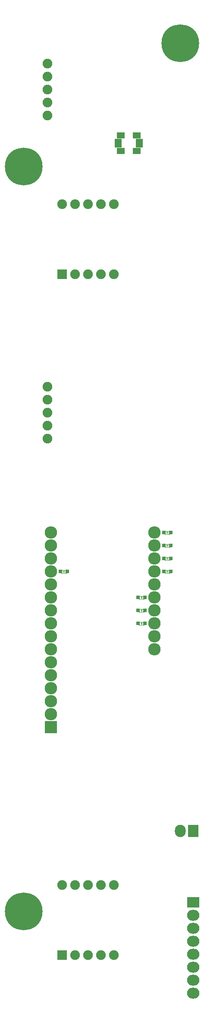
<source format=gbr>
G04 #@! TF.FileFunction,Soldermask,Top*
%FSLAX46Y46*%
G04 Gerber Fmt 4.6, Leading zero omitted, Abs format (unit mm)*
G04 Created by KiCad (PCBNEW 4.0.0-1rc2.201511291916+6190~38~ubuntu14.04.1-stable) date Mon 14 Mar 2016 12:07:37 PM PDT*
%MOMM*%
G01*
G04 APERTURE LIST*
%ADD10C,0.100000*%
%ADD11C,0.050000*%
%ADD12R,0.700000X0.800000*%
%ADD13R,1.550000X1.150000*%
%ADD14R,1.350000X1.800000*%
%ADD15R,2.432000X2.127200*%
%ADD16O,2.432000X2.127200*%
%ADD17R,2.127200X2.432000*%
%ADD18O,2.127200X2.432000*%
%ADD19O,2.432000X2.432000*%
%ADD20R,2.432000X2.432000*%
%ADD21C,7.400000*%
%ADD22C,1.900000*%
%ADD23R,1.900000X1.900000*%
G04 APERTURE END LIST*
D10*
D11*
X110617000Y-124612400D02*
X110617000Y-124307600D01*
X110591600Y-124460000D02*
X110388400Y-124612400D01*
X110388400Y-124612400D02*
X110388400Y-124307600D01*
X110388400Y-124307600D02*
X110591600Y-124460000D01*
D10*
X110990000Y-124160000D02*
X109990000Y-124160000D01*
X110990000Y-124760000D02*
X109990000Y-124760000D01*
D11*
X110617000Y-122072400D02*
X110617000Y-121767600D01*
X110591600Y-121920000D02*
X110388400Y-122072400D01*
X110388400Y-122072400D02*
X110388400Y-121767600D01*
X110388400Y-121767600D02*
X110591600Y-121920000D01*
D10*
X110990000Y-121620000D02*
X109990000Y-121620000D01*
X110990000Y-122220000D02*
X109990000Y-122220000D01*
D11*
X110617000Y-119532400D02*
X110617000Y-119227600D01*
X110591600Y-119380000D02*
X110388400Y-119532400D01*
X110388400Y-119532400D02*
X110388400Y-119227600D01*
X110388400Y-119227600D02*
X110591600Y-119380000D01*
D10*
X110990000Y-119080000D02*
X109990000Y-119080000D01*
X110990000Y-119680000D02*
X109990000Y-119680000D01*
D11*
X115443000Y-114147600D02*
X115443000Y-114452400D01*
X115468400Y-114300000D02*
X115671600Y-114147600D01*
X115671600Y-114147600D02*
X115671600Y-114452400D01*
X115671600Y-114452400D02*
X115468400Y-114300000D01*
D10*
X115070000Y-114600000D02*
X116070000Y-114600000D01*
X115070000Y-114000000D02*
X116070000Y-114000000D01*
D11*
X115443000Y-111607600D02*
X115443000Y-111912400D01*
X115468400Y-111760000D02*
X115671600Y-111607600D01*
X115671600Y-111607600D02*
X115671600Y-111912400D01*
X115671600Y-111912400D02*
X115468400Y-111760000D01*
D10*
X115070000Y-112060000D02*
X116070000Y-112060000D01*
X115070000Y-111460000D02*
X116070000Y-111460000D01*
D11*
X115443000Y-109067600D02*
X115443000Y-109372400D01*
X115468400Y-109220000D02*
X115671600Y-109067600D01*
X115671600Y-109067600D02*
X115671600Y-109372400D01*
X115671600Y-109372400D02*
X115468400Y-109220000D01*
D10*
X115070000Y-109520000D02*
X116070000Y-109520000D01*
X115070000Y-108920000D02*
X116070000Y-108920000D01*
D11*
X115443000Y-106527600D02*
X115443000Y-106832400D01*
X115468400Y-106680000D02*
X115671600Y-106527600D01*
X115671600Y-106527600D02*
X115671600Y-106832400D01*
X115671600Y-106832400D02*
X115468400Y-106680000D01*
D10*
X115070000Y-106980000D02*
X116070000Y-106980000D01*
X115070000Y-106380000D02*
X116070000Y-106380000D01*
D11*
X95123000Y-114147600D02*
X95123000Y-114452400D01*
X95148400Y-114300000D02*
X95351600Y-114147600D01*
X95351600Y-114147600D02*
X95351600Y-114452400D01*
X95351600Y-114452400D02*
X95148400Y-114300000D01*
D10*
X94750000Y-114600000D02*
X95750000Y-114600000D01*
X94750000Y-114000000D02*
X95750000Y-114000000D01*
D12*
X109840000Y-124460000D03*
X111140000Y-124460000D03*
X109840000Y-121920000D03*
X111140000Y-121920000D03*
X109840000Y-119380000D03*
X111140000Y-119380000D03*
X116220000Y-114300000D03*
X114920000Y-114300000D03*
X116220000Y-111760000D03*
X114920000Y-111760000D03*
X116220000Y-109220000D03*
X114920000Y-109220000D03*
X116220000Y-106680000D03*
X114920000Y-106680000D03*
X95900000Y-114300000D03*
X94600000Y-114300000D03*
D13*
X109575000Y-32025000D03*
X106425000Y-32025000D03*
X109575000Y-28975000D03*
D14*
X105925000Y-30500000D03*
X110075000Y-30500000D03*
D13*
X106425000Y-28975000D03*
D15*
X120650000Y-179070000D03*
D16*
X120650000Y-181610000D03*
X120650000Y-184150000D03*
X120650000Y-186690000D03*
X120650000Y-189230000D03*
X120650000Y-191770000D03*
X120650000Y-194310000D03*
X120650000Y-196850000D03*
D17*
X120650000Y-165100000D03*
D18*
X118110000Y-165100000D03*
D19*
X113030000Y-129540000D03*
X113030000Y-127000000D03*
X113030000Y-124460000D03*
X113030000Y-121920000D03*
X113030000Y-119380000D03*
X113030000Y-116840000D03*
X113030000Y-114300000D03*
X113030000Y-111760000D03*
X113030000Y-109220000D03*
X113030000Y-106680000D03*
X92710000Y-106680000D03*
X92710000Y-109220000D03*
X92710000Y-111760000D03*
X92710000Y-114300000D03*
X92710000Y-116840000D03*
X92710000Y-119380000D03*
X92710000Y-121920000D03*
X92710000Y-124460000D03*
X92710000Y-127000000D03*
X92710000Y-129540000D03*
X92710000Y-132080000D03*
X92710000Y-134620000D03*
X92710000Y-137160000D03*
X92710000Y-139700000D03*
D20*
X92710000Y-144780000D03*
D19*
X92710000Y-142240000D03*
D21*
X87376000Y-180848000D03*
X118110000Y-10922000D03*
X87376000Y-35052000D03*
D22*
X92000000Y-14920000D03*
X92000000Y-17460000D03*
X92000000Y-20000000D03*
X92000000Y-22540000D03*
X92000000Y-25080000D03*
X94920000Y-175650000D03*
X97460000Y-175650000D03*
X100000000Y-175650000D03*
X102540000Y-175650000D03*
X105080000Y-175650000D03*
D23*
X94920000Y-189350000D03*
D22*
X97460000Y-189350000D03*
X105080000Y-189350000D03*
X102540000Y-189350000D03*
X100000000Y-189350000D03*
X92000000Y-78170000D03*
X92000000Y-80710000D03*
X92000000Y-83250000D03*
X92000000Y-85790000D03*
X92000000Y-88330000D03*
X94920000Y-42400000D03*
X97460000Y-42400000D03*
X100000000Y-42400000D03*
X102540000Y-42400000D03*
X105080000Y-42400000D03*
D23*
X94920000Y-56100000D03*
D22*
X97460000Y-56100000D03*
X105080000Y-56100000D03*
X102540000Y-56100000D03*
X100000000Y-56100000D03*
M02*

</source>
